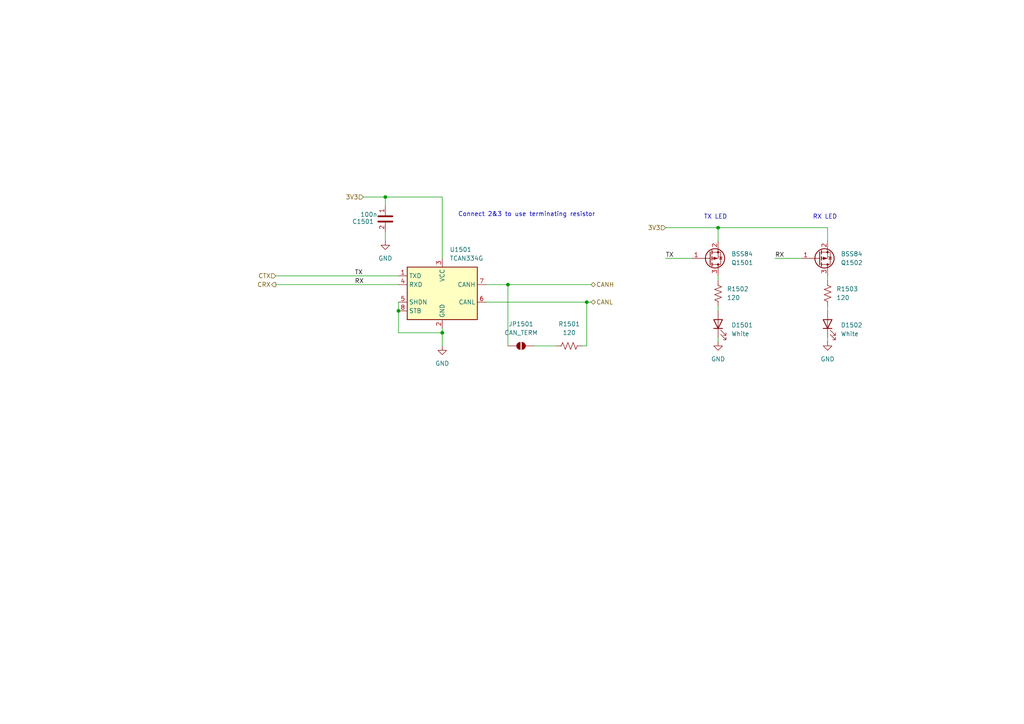
<source format=kicad_sch>
(kicad_sch (version 20250114) (generator "eeschema") (generator_version "9.0")
  (paper "A4")
  (lib_symbols
    (symbol "Interface_CAN_LIN:TCAN334G"
      (property "Reference" "U" (at -10.16 8.89 0))
      (property "Value" "TCAN334G" (at 2.54 8.89 0))
      (symbol "TCAN334G_0_1"
        (rectangle (start -10.16 7.62) (end 10.16 -7.62) (stroke (width 0.254)) (fill (type background)))
      )
      (symbol "TCAN334G_1_1"
        (pin input line (at -12.7 5.08 0) (length 2.54) (name "TXD") (number "1"))
        (pin tri_state line (at -12.7 2.54 0) (length 2.54) (name "RXD") (number "4"))
        (pin input line (at -12.7 -2.54 0) (length 2.54) (name "SHDN") (number "5"))
        (pin input line (at -12.7 -5.08 0) (length 2.54) (name "STB") (number "8"))
        (pin power_in line (at 0 10.16 270) (length 2.54) (name "VCC") (number "3"))
        (pin power_in line (at 0 -10.16 90) (length 2.54) (name "GND") (number "2"))
        (pin bidirectional line (at 12.7 2.54 180) (length 2.54) (name "CANH") (number "7"))
        (pin bidirectional line (at 12.7 -2.54 180) (length 2.54) (name "CANL") (number "6"))
      )
    )
    (symbol "Jumper:SolderJumper_2_Open" (pin_numbers (hide yes)) (pin_names (offset 0) (hide yes)) (in_bom no)
      (property "Reference" "JP" (at 0 2.032 0))
      (property "Value" "SolderJumper_2_Open" (at 0 -2.54 0))
      (symbol "SolderJumper_2_Open_0_1"
        (polyline (pts (xy -0.254 1.016) (xy -0.254 -1.016)))
        (arc (start -0.254 -1.016) (mid -1.2656 0) (end -0.254 1.016))
        (arc (start -0.254 -1.016) (mid -1.2656 0) (end -0.254 1.016) (fill (type outline)))
        (arc (start 0.254 1.016) (mid 1.2656 0) (end 0.254 -1.016))
        (arc (start 0.254 1.016) (mid 1.2656 0) (end 0.254 -1.016) (fill (type outline)))
        (polyline (pts (xy 0.254 1.016) (xy 0.254 -1.016)))
      )
      (symbol "SolderJumper_2_Open_1_1"
        (pin passive line (at -3.81 0 0) (length 2.54) (name "A") (number "1"))
        (pin passive line (at 3.81 0 180) (length 2.54) (name "B") (number "2"))
      )
    )
    (symbol "Transistor_FET:BSS84" (pin_names (hide yes))
      (property "Reference" "Q" (at 5.08 1.905 0))
      (property "Value" "BSS84" (at 5.08 0 0))
      (symbol "BSS84_0_1"
        (polyline (pts (xy 0.254 1.905) (xy 0.254 -1.905)) (stroke (width 0.254)))
        (polyline (pts (xy 0.254 0) (xy -2.54 0)))
        (polyline (pts (xy 0.762 2.286) (xy 0.762 1.27)) (stroke (width 0.254)))
        (polyline (pts (xy 0.762 1.778) (xy 3.302 1.778) (xy 3.302 -1.778) (xy 0.762 -1.778)))
        (polyline (pts (xy 0.762 0.508) (xy 0.762 -0.508)) (stroke (width 0.254)))
        (polyline (pts (xy 0.762 -1.27) (xy 0.762 -2.286)) (stroke (width 0.254)))
        (circle (center 1.651 0) (radius 2.794) (stroke (width 0.254)))
        (polyline (pts (xy 2.286 0) (xy 1.27 0.381) (xy 1.27 -0.381) (xy 2.286 0)) (fill (type outline)))
        (polyline (pts (xy 2.54 2.54) (xy 2.54 1.778)))
        (circle (center 2.54 1.778) (radius 0.254) (fill (type outline)))
        (circle (center 2.54 -1.778) (radius 0.254) (fill (type outline)))
        (polyline (pts (xy 2.54 -2.54) (xy 2.54 0) (xy 0.762 0)))
        (polyline (pts (xy 2.794 -0.508) (xy 2.921 -0.381) (xy 3.683 -0.381) (xy 3.81 -0.254)))
        (polyline (pts (xy 3.302 -0.381) (xy 2.921 0.254) (xy 3.683 0.254) (xy 3.302 -0.381)))
      )
      (symbol "BSS84_1_1"
        (pin input line (at -5.08 0 0) (length 2.54) (name "G") (number "1"))
        (pin passive line (at 2.54 5.08 270) (length 2.54) (name "D") (number "3"))
        (pin passive line (at 2.54 -5.08 90) (length 2.54) (name "S") (number "2"))
      )
    )
    (symbol "bfr_capacitors:CL05B104KB54PNC"
      (property "Reference" "C" (at 0 2.54 0))
      (property "Value" "100n" (at 1.27 2.54 0))
      (symbol "CL05B104KB54PNC_0_1"
        (polyline (pts (xy -2.032 0.762) (xy 2.032 0.762)) (stroke (width 0.508)))
        (polyline (pts (xy -2.032 -0.762) (xy 2.032 -0.762)) (stroke (width 0.508)))
      )
      (symbol "CL05B104KB54PNC_1_1"
        (pin passive line (at 0 3.81 270) (length 2.794) (name "~") (number "1"))
        (pin passive line (at 0 -3.81 90) (length 2.794) (name "~") (number "2"))
      )
    )
    (symbol "bfr_diodes:KT-0603W" (pin_numbers (hide yes)) (pin_names (offset 1.016) (hide yes)) (exclude_from_sim yes)
      (property "Reference" "D" (at 0 2.54 0))
      (property "Value" "White" (at 0 -2.54 0))
      (symbol "KT-0603W_0_1"
        (polyline (pts (xy -3.048 -0.762) (xy -4.572 -2.286) (xy -3.81 -2.286) (xy -4.572 -2.286) (xy -4.572 -1.524)))
        (polyline (pts (xy -1.778 -0.762) (xy -3.302 -2.286) (xy -2.54 -2.286) (xy -3.302 -2.286) (xy -3.302 -1.524)))
        (polyline (pts (xy -1.27 0) (xy 1.27 0)))
        (polyline (pts (xy -1.27 -1.27) (xy -1.27 1.27)) (stroke (width 0.254)))
        (polyline (pts (xy 1.27 -1.27) (xy 1.27 1.27) (xy -1.27 0) (xy 1.27 -1.27)) (stroke (width 0.254)))
      )
      (symbol "KT-0603W_1_1"
        (pin passive line (at -3.81 0 0) (length 2.54) (name "K") (number "1"))
        (pin passive line (at 3.81 0 180) (length 2.54) (name "A") (number "2"))
      )
    )
    (symbol "bfr_resistors:RMCF0402FT120R" (pin_numbers (hide yes))
      (property "Reference" "R" (at 0 2.54 0))
      (property "Value" "120" (at 1.27 2.54 0))
      (symbol "RMCF0402FT120R_0_1"
        (polyline (pts (xy -2.286 0) (xy -2.54 0)))
        (polyline (pts (xy -2.286 0) (xy -1.905 1.016) (xy -1.524 0) (xy -1.143 -1.016) (xy -0.762 0)))
        (polyline (pts (xy -0.762 0) (xy -0.381 1.016) (xy 0 0) (xy 0.381 -1.016) (xy 0.762 0)))
        (polyline (pts (xy 0.762 0) (xy 1.143 1.016) (xy 1.524 0) (xy 1.905 -1.016) (xy 2.286 0)))
        (polyline (pts (xy 2.286 0) (xy 2.54 0)))
      )
      (symbol "RMCF0402FT120R_1_1"
        (pin passive line (at -3.81 0 0) (length 1.27) (name "~") (number "1"))
        (pin passive line (at 3.81 0 180) (length 1.27) (name "~") (number "2"))
      )
    )
    (symbol "bfr_resistors:RMCF0603FT120R" (pin_numbers (hide yes))
      (property "Reference" "R" (at 0 2.54 0))
      (property "Value" "120" (at 1.27 2.54 0))
      (symbol "RMCF0603FT120R_0_1"
        (polyline (pts (xy -2.286 0) (xy -2.54 0)))
        (polyline (pts (xy -2.286 0) (xy -1.905 1.016) (xy -1.524 0) (xy -1.143 -1.016) (xy -0.762 0)))
        (polyline (pts (xy -0.762 0) (xy -0.381 1.016) (xy 0 0) (xy 0.381 -1.016) (xy 0.762 0)))
        (polyline (pts (xy 0.762 0) (xy 1.143 1.016) (xy 1.524 0) (xy 1.905 -1.016) (xy 2.286 0)))
        (polyline (pts (xy 2.286 0) (xy 2.54 0)))
      )
      (symbol "RMCF0603FT120R_1_1"
        (pin passive line (at -3.81 0 0) (length 1.27) (name "~") (number "1"))
        (pin passive line (at 3.81 0 180) (length 1.27) (name "~") (number "2"))
      )
    )
    (symbol "power:GND" (power) (pin_numbers (hide yes)) (pin_names (offset 0) (hide yes))
      (property "Value" "GND" (at 0 -3.81 0))
      (symbol "GND_0_1"
        (polyline (pts (xy 0 0) (xy 0 -1.27) (xy 1.27 -1.27) (xy 0 -2.54) (xy -1.27 -1.27) (xy 0 -1.27)))
      )
      (symbol "GND_1_1"
        (pin power_in line (at 0 0 270) (length 0) (name "~") (number "1"))
      )
    )
  )
  (text "TX LED" (at 207.518 62.992 0) (effects (font (size 1.27 1.27))))
  (text "RX LED" (at 239.268 62.992 0) (effects (font (size 1.27 1.27))))
  (text "Connect 2&3 to use terminating resistor" (at 132.842 62.992 0) (effects (font (size 1.27 1.27)) (justify left bottom)))
  (junction (at 111.76 57.15))
  (junction (at 128.27 96.52))
  (junction (at 147.32 82.55))
  (junction (at 170.18 87.63))
  (junction (at 208.28 66.04))
  (junction (at 115.57 90.17))
  (wire (pts (xy 240.03 97.79) (xy 240.03 99.06)))
  (wire (pts (xy 111.76 57.15) (xy 111.76 59.69)))
  (wire (pts (xy 128.27 57.15) (xy 128.27 74.93)))
  (wire (pts (xy 80.01 82.55) (xy 115.57 82.55)))
  (wire (pts (xy 154.94 100.33) (xy 161.29 100.33)))
  (wire (pts (xy 208.28 66.04) (xy 240.03 66.04)))
  (wire (pts (xy 240.03 66.04) (xy 240.03 69.85)))
  (wire (pts (xy 208.28 97.79) (xy 208.28 99.06)))
  (wire (pts (xy 128.27 95.25) (xy 128.27 96.52)))
  (wire (pts (xy 105.41 57.15) (xy 111.76 57.15)))
  (wire (pts (xy 224.79 74.93) (xy 232.41 74.93)))
  (wire (pts (xy 240.03 81.28) (xy 240.03 80.01)))
  (wire (pts (xy 193.04 66.04) (xy 208.28 66.04)))
  (wire (pts (xy 208.28 66.04) (xy 208.28 69.85)))
  (wire (pts (xy 128.27 100.33) (xy 128.27 96.52)))
  (wire (pts (xy 170.18 87.63) (xy 171.45 87.63)))
  (wire (pts (xy 147.32 82.55) (xy 171.45 82.55)))
  (wire (pts (xy 115.57 90.17) (xy 115.57 96.52)))
  (wire (pts (xy 170.18 87.63) (xy 170.18 100.33)))
  (wire (pts (xy 208.28 81.28) (xy 208.28 80.01)))
  (wire (pts (xy 115.57 87.63) (xy 115.57 90.17)))
  (wire (pts (xy 193.04 74.93) (xy 200.66 74.93)))
  (wire (pts (xy 128.27 96.52) (xy 115.57 96.52)))
  (wire (pts (xy 170.18 100.33) (xy 168.91 100.33)))
  (wire (pts (xy 111.76 67.31) (xy 111.76 69.85)))
  (wire (pts (xy 140.97 82.55) (xy 147.32 82.55)))
  (wire (pts (xy 111.76 57.15) (xy 128.27 57.15)))
  (wire (pts (xy 240.03 88.9) (xy 240.03 90.17)))
  (wire (pts (xy 80.01 80.01) (xy 115.57 80.01)))
  (wire (pts (xy 140.97 87.63) (xy 170.18 87.63)))
  (wire (pts (xy 208.28 88.9) (xy 208.28 90.17)))
  (wire (pts (xy 147.32 82.55) (xy 147.32 100.33)))
  (label "RX" (at 102.87 82.55 0))
  (label "RX" (at 224.79 74.93 0))
  (label "TX" (at 102.87 80.01 0))
  (label "TX" (at 193.04 74.93 0))
  (hierarchical_label "3V3" (shape input) (at 105.41 57.15 180))
  (hierarchical_label "CTX" (shape input) (at 80.01 80.01 180))
  (hierarchical_label "3V3" (shape input) (at 193.04 66.04 180))
  (hierarchical_label "CANL" (shape bidirectional) (at 171.45 87.63 0))
  (hierarchical_label "CANH" (shape bidirectional) (at 171.45 82.55 0))
  (hierarchical_label "CRX" (shape output) (at 80.01 82.55 180))
  (symbol (lib_id "Transistor_FET:BSS84") (at 205.74 74.93 0) (mirror x) (unit 1)
    (property "Reference" "Q701" (at 212.09 76.2001 0) (effects (justify left)))
    (property "Value" "BSS84" (at 212.09 73.6601 0) (effects (justify left)))
    (property "Footprint" "Package_TO_SOT_SMD:SOT-23" (effects (hide yes)))
    (property "Datasheet" "http://assets.nexperia.com/documents/data-sheet/BSS84.pdf" (effects (hide yes)))
    (property "Description" "-0.13A Id, -50V Vds, P-Channel MOSFET, SOT-23" (effects (hide yes)))
    (instances (project "DU UC V1 - Minnow" (path "" (reference "Q1501") (unit 1)) (path "" (reference "Q701") (unit 1))))
  )
  (symbol (lib_id "Interface_CAN_LIN:TCAN334G") (at 128.27 85.09 0) (unit 1)
    (property "Reference" "U701" (at 130.4133 72.39 0) (effects (justify left)))
    (property "Value" "TCAN334G" (at 130.4133 74.93 0) (effects (justify left)))
    (property "Footprint" "Package_TO_SOT_SMD:TSOT-23-8" (effects (hide yes)))
    (property "Datasheet" "http://www.ti.com/lit/ds/symlink/tcan337.pdf" (effects (hide yes)))
    (property "Description" "High-Speed CAN Transceiver with CAN FD, 5Mbps, 3.3V supply, low power standby mode, shutdown mode, SOT-23-8/SOIC-8" (effects (hide yes)))
    (instances (project "" (path "" (reference "U1501") (unit 1)) (path "" (reference "U701") (unit 1))))
  )
  (symbol (lib_id "power:GND") (at 208.28 99.06 0) (unit 1)
    (property "Reference" "#PWR0703" (effects (hide yes)))
    (property "Value" "GND" (at 208.28 104.14 0))
    (property "Description" "Power symbol creates a global label with name \"GND\" , ground" (effects (hide yes)))
    (instances (project "DU UC V1 - Minnow" (path "" (reference "#PWR01503") (unit 1)) (path "" (reference "#PWR0703") (unit 1))))
  )
  (symbol (lib_id "bfr_capacitors:CL05B104KB54PNC") (at 111.76 63.5 0) (mirror y) (unit 1)
    (property "Reference" "C701" (at 108.458 64.262 0) (effects (justify left)))
    (property "Value" "100n" (at 109.474 62.23 0) (effects (justify left)))
    (property "Footprint" "Capacitor_SMD:C_0603_1608Metric_Pad1.08x0.95mm_HandSolder" (effects (hide yes)))
    (property "Datasheet" "https://www.lcsc.com/datasheet/lcsc_datasheet_2211101700_YAGEO-CC0603KRX7R9BB104_C14663.pdf" (effects (hide yes)))
    (property "Description" "100nF±10% X7R 50V JLCPCB Basic 0402 Capacitor" (effects (hide yes)))
    (property "Sim.Device" "SUBCKT" (effects (hide yes)))
    (property "Sim.Pins" "1=P1 2=P2" (effects (hide yes)))
    (property "Sim.Library" "${BFRUH_DIR}/Electronics/spice_models/bfr_capacitors/CL05B104KB54PNC.lib" (effects (hide yes)))
    (property "Sim.Name" "CL05B104KB54PNC" (effects (hide yes)))
    (property "Pretty Name" "100nF 16V 0603 Capacitor" (effects (hide yes)))
    (property "Order From" "LCSC" (effects (hide yes)))
    (property "Digikey P/N" "1276-CL05B104KB54PNCCT-ND" (effects (hide yes)))
    (property "Mouser P/N" "603-CC603KRX7R9BB104 " (effects (hide yes)))
    (property "JLCPCB Basic Part" "Yes" (effects (hide yes)))
    (property "Created by" "capacitor_generator.py script using jlcbasic_additional_capacitor_spec.txt" (effects (hide yes)))
    (property "Manufacturer_Part_Number" "CC603KRX7R9BB104" (effects (hide yes)))
    (property "MFG P/N" "        C5" (effects (hide yes)))
    (property "LCSC Part #" "C14663" (effects (hide yes)))
    (instances (project "DU UC V1 - Minnow" (path "" (reference "C1501") (unit 1)) (path "" (reference "C701") (unit 1))))
  )
  (symbol (lib_id "power:GND") (at 111.76 69.85 0) (unit 1)
    (property "Reference" "#PWR0701" (effects (hide yes)))
    (property "Value" "GND" (at 111.76 74.93 0))
    (property "Description" "Power symbol creates a global label with name \"GND\" , ground" (effects (hide yes)))
    (instances (project "DU UC V1 - Minnow" (path "" (reference "#PWR01501") (unit 1)) (path "" (reference "#PWR0701") (unit 1))))
  )
  (symbol (lib_id "power:GND") (at 240.03 99.06 0) (unit 1)
    (property "Reference" "#PWR0704" (effects (hide yes)))
    (property "Value" "GND" (at 240.03 104.14 0))
    (property "Description" "Power symbol creates a global label with name \"GND\" , ground" (effects (hide yes)))
    (instances (project "DU UC V1 - Minnow" (path "" (reference "#PWR01504") (unit 1)) (path "" (reference "#PWR0704") (unit 1))))
  )
  (symbol (lib_id "power:GND") (at 128.27 100.33 0) (unit 1)
    (property "Reference" "#PWR0702" (effects (hide yes)))
    (property "Value" "GND" (at 128.27 105.41 0))
    (property "Description" "Power symbol creates a global label with name \"GND\" , ground" (effects (hide yes)))
    (instances (project "DU UC V1 - Minnow" (path "" (reference "#PWR01502") (unit 1)) (path "" (reference "#PWR0702") (unit 1))))
  )
  (symbol (lib_id "Jumper:SolderJumper_2_Open") (at 151.13 100.33 0) (unit 1) (in_bom no)
    (property "Reference" "JP701" (at 151.13 93.98 0))
    (property "Value" "CAN_TERM" (at 151.13 96.52 0))
    (property "Footprint" "Jumper:SolderJumper-2_P1.3mm_Open_RoundedPad1.0x1.5mm" (effects (hide yes)))
    (property "Description" "Solder Jumper, 2-pole, open" (effects (hide yes)))
    (instances (project "" (path "" (reference "JP1501") (unit 1)) (path "" (reference "JP701") (unit 1))))
  )
  (symbol (lib_id "bfr_diodes:KT-0603W") (at 208.28 93.98 90) (unit 1) (exclude_from_sim yes)
    (property "Reference" "D701" (at 212.09 94.2974 90) (effects (justify right)))
    (property "Value" "White" (at 212.09 96.8374 90) (effects (justify right)))
    (property "Footprint" "Diode_SMD:D_0603_1608Metric_Pad1.05x0.95mm_HandSolder" (effects (hide yes)))
    (property "Datasheet" "https://www.lcsc.com/datasheet/lcsc_datasheet_2305091500_Hubei-KENTO-Elec-KT-0603W_C2290.pdf" (effects (hide yes)))
    (property "Description" "5mA 2.85V White 0603 JLCPCB Basic LED" (effects (hide yes)))
    (property "Order From" "LCSC" (effects (hide yes)))
    (property "Digikey P/N" "1830-1063-1-ND" (effects (hide yes)))
    (property "Mouser P/N" "743-IN-S63AT5UW" (effects (hide yes)))
    (property "LCSC P/N" "C2290" (effects (hide yes)))
    (property "JLCPCB Basic Part" "Yes" (effects (hide yes)))
    (property "Created by" "Manual entry" (effects (hide yes)))
    (property "Pretty Name" "White 0603 LED" (effects (hide yes)))
    (instances (project "" (path "" (reference "D1501") (unit 1)) (path "" (reference "D701") (unit 1))))
  )
  (symbol (lib_id "bfr_resistors:RMCF0603FT120R") (at 208.28 85.09 90) (unit 1)
    (property "Reference" "R702" (at 210.82 83.8199 90) (effects (justify right)))
    (property "Value" "120" (at 210.82 86.3599 90) (effects (justify right)))
    (property "Footprint" "Resistor_SMD:R_0603_1608Metric_Pad0.98x0.95mm_HandSolder" (effects (hide yes)))
    (property "Datasheet" "https://www.seielect.com/catalog/sei-rmcf_rmcp.pdf" (effects (hide yes)))
    (property "Description" "120Ω 0603 JLCPCB Basic Resistor" (effects (hide yes)))
    (property "Sim.Device" "SUBCKT" (effects (hide yes)))
    (property "Sim.Pins" "1=P1 2=P2" (effects (hide yes)))
    (property "Sim.Library" "${BFRUH_DIR}/Electronics/spice_models/bfr_resistors/RMCF0603FT120R.lib" (effects (hide yes)))
    (property "Sim.Name" "RMCF0603FT120R" (effects (hide yes)))
    (property "Pretty Name" "120Ω 0603 Resistor" (effects (hide yes)))
    (property "Order From" "LCSC" (effects (hide yes)))
    (property "Digikey P/N" "RMCF0603FT120RCT-ND" (effects (hide yes)))
    (property "Mouser P/N" "708-RMCF0603FT120R" (effects (hide yes)))
    (property "JLCPCB Basic Part" "Yes" (effects (hide yes)))
    (property "Created by" "resistor_generator.py script using e24_resistor_bible_spec.txt" (effects (hide yes)))
    (property "LCSC Part #" "C22787" (effects (hide yes)))
    (instances (project "DU UC V1 - Minnow" (path "" (reference "R1502") (unit 1)) (path "" (reference "R702") (unit 1))))
  )
  (symbol (lib_id "bfr_resistors:RMCF0603FT120R") (at 240.03 85.09 90) (unit 1)
    (property "Reference" "R703" (at 242.57 83.8199 90) (effects (justify right)))
    (property "Value" "120" (at 242.57 86.3599 90) (effects (justify right)))
    (property "Footprint" "Resistor_SMD:R_0603_1608Metric_Pad0.98x0.95mm_HandSolder" (effects (hide yes)))
    (property "Datasheet" "https://www.seielect.com/catalog/sei-rmcf_rmcp.pdf" (effects (hide yes)))
    (property "Description" "120Ω 0603 JLCPCB Basic Resistor" (effects (hide yes)))
    (property "Sim.Device" "SUBCKT" (effects (hide yes)))
    (property "Sim.Pins" "1=P1 2=P2" (effects (hide yes)))
    (property "Sim.Library" "${BFRUH_DIR}/Electronics/spice_models/bfr_resistors/RMCF0603FT120R.lib" (effects (hide yes)))
    (property "Sim.Name" "RMCF0603FT120R" (effects (hide yes)))
    (property "Pretty Name" "120Ω 0603 Resistor" (effects (hide yes)))
    (property "Order From" "LCSC" (effects (hide yes)))
    (property "Digikey P/N" "RMCF0603FT120RCT-ND" (effects (hide yes)))
    (property "Mouser P/N" "708-RMCF0603FT120R" (effects (hide yes)))
    (property "JLCPCB Basic Part" "Yes" (effects (hide yes)))
    (property "Created by" "resistor_generator.py script using e24_resistor_bible_spec.txt" (effects (hide yes)))
    (property "LCSC Part #" "C22787" (effects (hide yes)))
    (instances (project "DU UC V1 - Minnow" (path "" (reference "R1503") (unit 1)) (path "" (reference "R703") (unit 1))))
  )
  (symbol (lib_id "bfr_diodes:KT-0603W") (at 240.03 93.98 90) (unit 1) (exclude_from_sim yes)
    (property "Reference" "D702" (at 243.84 94.2974 90) (effects (justify right)))
    (property "Value" "White" (at 243.84 96.8374 90) (effects (justify right)))
    (property "Footprint" "Diode_SMD:D_0603_1608Metric_Pad1.05x0.95mm_HandSolder" (effects (hide yes)))
    (property "Datasheet" "https://www.lcsc.com/datasheet/lcsc_datasheet_2305091500_Hubei-KENTO-Elec-KT-0603W_C2290.pdf" (effects (hide yes)))
    (property "Description" "5mA 2.85V White 0603 JLCPCB Basic LED" (effects (hide yes)))
    (property "Order From" "LCSC" (effects (hide yes)))
    (property "Digikey P/N" "1830-1063-1-ND" (effects (hide yes)))
    (property "Mouser P/N" "743-IN-S63AT5UW" (effects (hide yes)))
    (property "LCSC P/N" "C2290" (effects (hide yes)))
    (property "JLCPCB Basic Part" "Yes" (effects (hide yes)))
    (property "Created by" "Manual entry" (effects (hide yes)))
    (property "Pretty Name" "White 0603 LED" (effects (hide yes)))
    (instances (project "DU UC V1 - Minnow" (path "" (reference "D1502") (unit 1)) (path "" (reference "D702") (unit 1))))
  )
  (symbol (lib_id "bfr_resistors:RMCF0402FT120R") (at 165.1 100.33 180) (unit 1)
    (property "Reference" "R701" (at 165.1 93.98 0))
    (property "Value" "120" (at 165.1 96.52 0))
    (property "Footprint" "Resistor_SMD:R_0402_1005Metric_Pad0.72x0.64mm_HandSolder" (effects (hide yes)))
    (property "Datasheet" "https://www.seielect.com/catalog/sei-rmcf_rmcp.pdf" (effects (hide yes)))
    (property "Description" "120Ω 0402 JLCPCB Basic Resistor" (effects (hide yes)))
    (property "Sim.Device" "SUBCKT" (effects (hide yes)))
    (property "Sim.Pins" "1=P1 2=P2" (effects (hide yes)))
    (property "Sim.Library" "${BFRUH_DIR}/Electronics/spice_models/bfr_resistors/RMCF0402FT120R.lib" (effects (hide yes)))
    (property "Sim.Name" "RMCF0402FT120R" (effects (hide yes)))
    (property "Pretty Name" "120Ω 0402 Resistor" (effects (hide yes)))
    (property "Order From" "LCSC" (effects (hide yes)))
    (property "Digikey P/N" "RMCF0402FT120RCT-ND" (effects (hide yes)))
    (property "Mouser P/N" "708-RMCF0402FT120R" (effects (hide yes)))
    (property "LCSC P/N" "C25079" (effects (hide yes)))
    (property "JLCPCB Basic Part" "Yes" (effects (hide yes)))
    (property "Created by" "resistor_generator.py script using jlcbasic_0402_1206_resistor_spec.txt" (effects (hide yes)))
    (instances (project "DU UC V1 - Minnow" (path "" (reference "R1501") (unit 1)) (path "" (reference "R701") (unit 1))))
  )
  (symbol (lib_id "Transistor_FET:BSS84") (at 237.49 74.93 0) (mirror x) (unit 1)
    (property "Reference" "Q702" (at 243.84 76.2001 0) (effects (justify left)))
    (property "Value" "BSS84" (at 243.84 73.6601 0) (effects (justify left)))
    (property "Footprint" "Package_TO_SOT_SMD:SOT-23" (effects (hide yes)))
    (property "Datasheet" "http://assets.nexperia.com/documents/data-sheet/BSS84.pdf" (effects (hide yes)))
    (property "Description" "-0.13A Id, -50V Vds, P-Channel MOSFET, SOT-23" (effects (hide yes)))
    (instances (project "DU UC V1 - Minnow" (path "" (reference "Q1502") (unit 1)) (path "" (reference "Q702") (unit 1))))
  )
)
</source>
